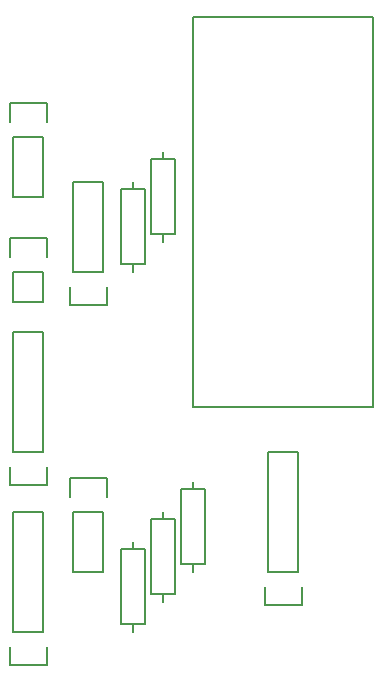
<source format=gbr>
G04 #@! TF.FileFunction,Legend,Top*
%FSLAX46Y46*%
G04 Gerber Fmt 4.6, Leading zero omitted, Abs format (unit mm)*
G04 Created by KiCad (PCBNEW 4.0.1-stable) date 01/18/17 01:46:29*
%MOMM*%
G01*
G04 APERTURE LIST*
%ADD10C,0.100000*%
%ADD11C,0.150000*%
G04 APERTURE END LIST*
D10*
D11*
X154940000Y-66040000D02*
X154940000Y-73660000D01*
X152400000Y-73660000D02*
X152400000Y-66040000D01*
X154940000Y-66040000D02*
X152400000Y-66040000D01*
X152120000Y-76480000D02*
X152120000Y-74930000D01*
X152400000Y-73660000D02*
X154940000Y-73660000D01*
X155220000Y-74930000D02*
X155220000Y-76480000D01*
X155220000Y-76480000D02*
X152120000Y-76480000D01*
X147320000Y-62230000D02*
X147320000Y-67310000D01*
X147320000Y-67310000D02*
X149860000Y-67310000D01*
X149860000Y-67310000D02*
X149860000Y-62230000D01*
X150140000Y-59410000D02*
X150140000Y-60960000D01*
X149860000Y-62230000D02*
X147320000Y-62230000D01*
X147040000Y-60960000D02*
X147040000Y-59410000D01*
X147040000Y-59410000D02*
X150140000Y-59410000D01*
X152400000Y-93980000D02*
X152400000Y-99060000D01*
X152400000Y-99060000D02*
X154940000Y-99060000D01*
X154940000Y-99060000D02*
X154940000Y-93980000D01*
X155220000Y-91160000D02*
X155220000Y-92710000D01*
X154940000Y-93980000D02*
X152400000Y-93980000D01*
X152120000Y-92710000D02*
X152120000Y-91160000D01*
X152120000Y-91160000D02*
X155220000Y-91160000D01*
X149860000Y-104140000D02*
X149860000Y-93980000D01*
X149860000Y-93980000D02*
X147320000Y-93980000D01*
X147320000Y-93980000D02*
X147320000Y-104140000D01*
X147320000Y-93980000D02*
X149860000Y-93980000D01*
X147040000Y-106960000D02*
X147040000Y-105410000D01*
X147320000Y-104140000D02*
X149860000Y-104140000D01*
X150140000Y-105410000D02*
X150140000Y-106960000D01*
X150140000Y-106960000D02*
X147040000Y-106960000D01*
X149860000Y-88900000D02*
X149860000Y-78740000D01*
X149860000Y-78740000D02*
X147320000Y-78740000D01*
X147320000Y-78740000D02*
X147320000Y-88900000D01*
X147320000Y-78740000D02*
X149860000Y-78740000D01*
X147040000Y-91720000D02*
X147040000Y-90170000D01*
X147320000Y-88900000D02*
X149860000Y-88900000D01*
X150140000Y-90170000D02*
X150140000Y-91720000D01*
X150140000Y-91720000D02*
X147040000Y-91720000D01*
X149860000Y-73660000D02*
X149860000Y-76200000D01*
X150140000Y-70840000D02*
X150140000Y-72390000D01*
X149860000Y-73660000D02*
X147320000Y-73660000D01*
X147040000Y-72390000D02*
X147040000Y-70840000D01*
X147040000Y-70840000D02*
X150140000Y-70840000D01*
X147320000Y-73660000D02*
X147320000Y-76200000D01*
X147320000Y-76200000D02*
X149860000Y-76200000D01*
X158496000Y-66675000D02*
X158496000Y-73025000D01*
X156464000Y-73025000D02*
X156464000Y-66675000D01*
X157480000Y-66675000D02*
X157480000Y-66040000D01*
X157480000Y-73025000D02*
X157480000Y-73660000D01*
X157480000Y-73025000D02*
X156464000Y-73025000D01*
X156464000Y-66675000D02*
X158496000Y-66675000D01*
X158496000Y-73025000D02*
X157480000Y-73025000D01*
X161036000Y-64135000D02*
X161036000Y-70485000D01*
X159004000Y-70485000D02*
X159004000Y-64135000D01*
X160020000Y-64135000D02*
X160020000Y-63500000D01*
X160020000Y-70485000D02*
X160020000Y-71120000D01*
X160020000Y-70485000D02*
X159004000Y-70485000D01*
X159004000Y-64135000D02*
X161036000Y-64135000D01*
X161036000Y-70485000D02*
X160020000Y-70485000D01*
X161036000Y-94615000D02*
X161036000Y-100965000D01*
X159004000Y-100965000D02*
X159004000Y-94615000D01*
X160020000Y-94615000D02*
X160020000Y-93980000D01*
X160020000Y-100965000D02*
X160020000Y-101600000D01*
X160020000Y-100965000D02*
X159004000Y-100965000D01*
X159004000Y-94615000D02*
X161036000Y-94615000D01*
X161036000Y-100965000D02*
X160020000Y-100965000D01*
X156464000Y-103505000D02*
X156464000Y-97155000D01*
X158496000Y-97155000D02*
X158496000Y-103505000D01*
X157480000Y-103505000D02*
X157480000Y-104140000D01*
X157480000Y-97155000D02*
X157480000Y-96520000D01*
X157480000Y-97155000D02*
X158496000Y-97155000D01*
X158496000Y-103505000D02*
X156464000Y-103505000D01*
X156464000Y-97155000D02*
X157480000Y-97155000D01*
X161544000Y-98425000D02*
X161544000Y-92075000D01*
X163576000Y-92075000D02*
X163576000Y-98425000D01*
X162560000Y-98425000D02*
X162560000Y-99060000D01*
X162560000Y-92075000D02*
X162560000Y-91440000D01*
X162560000Y-92075000D02*
X163576000Y-92075000D01*
X163576000Y-98425000D02*
X161544000Y-98425000D01*
X161544000Y-92075000D02*
X162560000Y-92075000D01*
X171450000Y-99060000D02*
X171450000Y-88900000D01*
X171450000Y-88900000D02*
X168910000Y-88900000D01*
X168910000Y-88900000D02*
X168910000Y-99060000D01*
X168910000Y-88900000D02*
X171450000Y-88900000D01*
X168630000Y-101880000D02*
X168630000Y-100330000D01*
X168910000Y-99060000D02*
X171450000Y-99060000D01*
X171730000Y-100330000D02*
X171730000Y-101880000D01*
X171730000Y-101880000D02*
X168630000Y-101880000D01*
X165100000Y-85090000D02*
X162560000Y-85090000D01*
X162560000Y-85090000D02*
X162560000Y-52070000D01*
X162560000Y-52070000D02*
X177800000Y-52070000D01*
X177800000Y-52070000D02*
X177800000Y-85090000D01*
X177800000Y-85090000D02*
X165100000Y-85090000D01*
M02*

</source>
